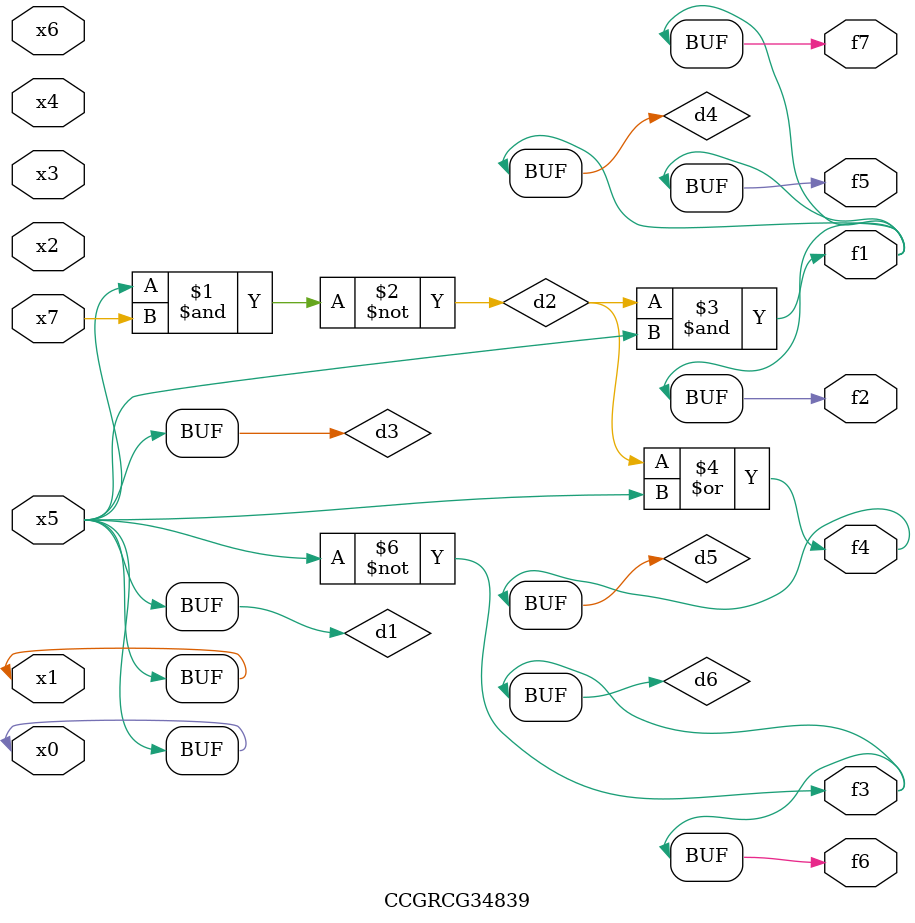
<source format=v>
module CCGRCG34839(
	input x0, x1, x2, x3, x4, x5, x6, x7,
	output f1, f2, f3, f4, f5, f6, f7
);

	wire d1, d2, d3, d4, d5, d6;

	buf (d1, x0, x5);
	nand (d2, x5, x7);
	buf (d3, x0, x1);
	and (d4, d2, d3);
	or (d5, d2, d3);
	nor (d6, d1, d3);
	assign f1 = d4;
	assign f2 = d4;
	assign f3 = d6;
	assign f4 = d5;
	assign f5 = d4;
	assign f6 = d6;
	assign f7 = d4;
endmodule

</source>
